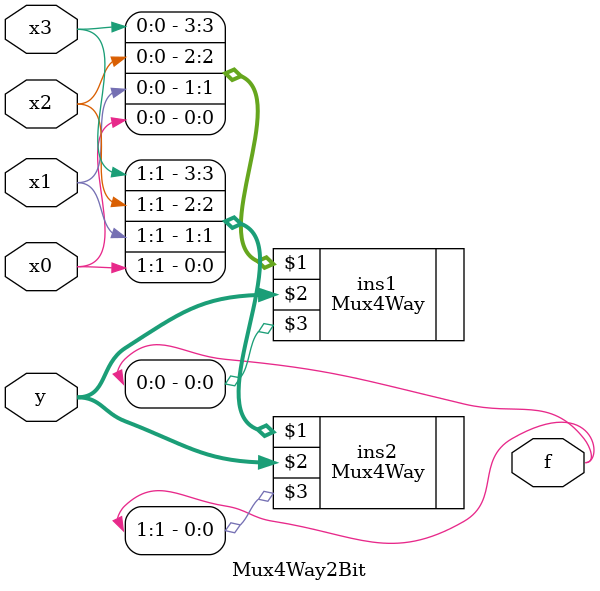
<source format=v>
module Mux4Way2Bit(
    input [1:0] x0,
    input [1:0] x1,
    input [1:0] x2,
    input [1:0] x3,
    input [1:0] y,
    output [1:0] f 
);
    Mux4Way ins1({x3[0],x2[0],x1[0],x0[0]},y,f[0]);
    Mux4Way ins2({x3[1],x2[1],x1[1],x0[1]},y,f[1]);
endmodule

</source>
